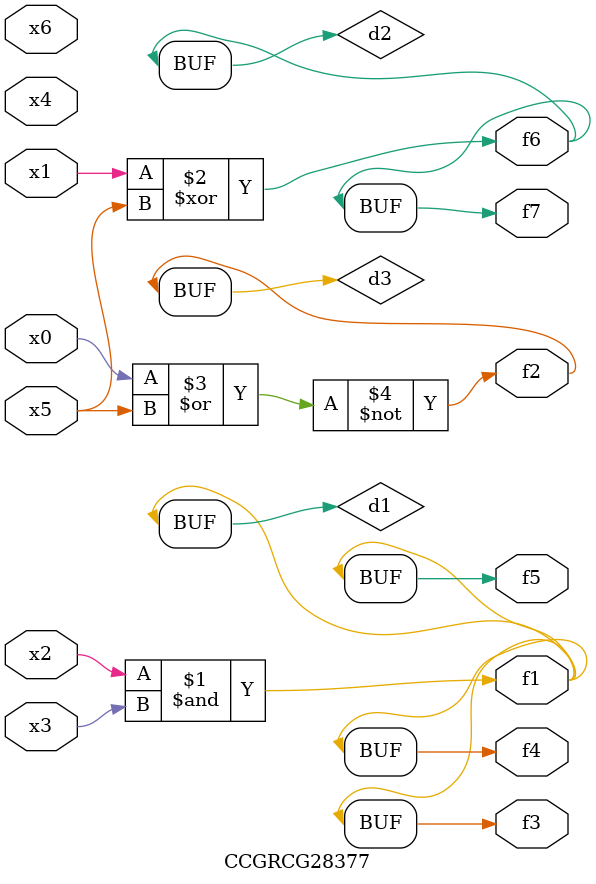
<source format=v>
module CCGRCG28377(
	input x0, x1, x2, x3, x4, x5, x6,
	output f1, f2, f3, f4, f5, f6, f7
);

	wire d1, d2, d3;

	and (d1, x2, x3);
	xor (d2, x1, x5);
	nor (d3, x0, x5);
	assign f1 = d1;
	assign f2 = d3;
	assign f3 = d1;
	assign f4 = d1;
	assign f5 = d1;
	assign f6 = d2;
	assign f7 = d2;
endmodule

</source>
